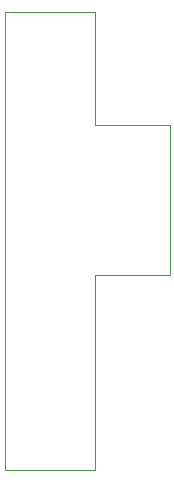
<source format=gm1>
G04 #@! TF.GenerationSoftware,KiCad,Pcbnew,7.0.7*
G04 #@! TF.CreationDate,2023-08-28T17:40:55-04:00*
G04 #@! TF.ProjectId,programmer,70726f67-7261-46d6-9d65-722e6b696361,rev?*
G04 #@! TF.SameCoordinates,Original*
G04 #@! TF.FileFunction,Profile,NP*
%FSLAX46Y46*%
G04 Gerber Fmt 4.6, Leading zero omitted, Abs format (unit mm)*
G04 Created by KiCad (PCBNEW 7.0.7) date 2023-08-28 17:40:55*
%MOMM*%
%LPD*%
G01*
G04 APERTURE LIST*
G04 #@! TA.AperFunction,Profile*
%ADD10C,0.100000*%
G04 #@! TD*
G04 APERTURE END LIST*
D10*
X140970000Y-76182000D02*
X140970000Y-59690000D01*
X140970000Y-76182000D02*
X133350000Y-76182000D01*
X133350000Y-76182000D02*
X133350000Y-37440000D01*
X147320000Y-46990000D02*
X147320000Y-59690000D01*
X140970000Y-46990000D02*
X147320000Y-46990000D01*
X133350000Y-37440000D02*
X140970000Y-37440000D01*
X147320000Y-59690000D02*
X140970000Y-59690000D01*
X140970000Y-37440000D02*
X140970000Y-46990000D01*
M02*

</source>
